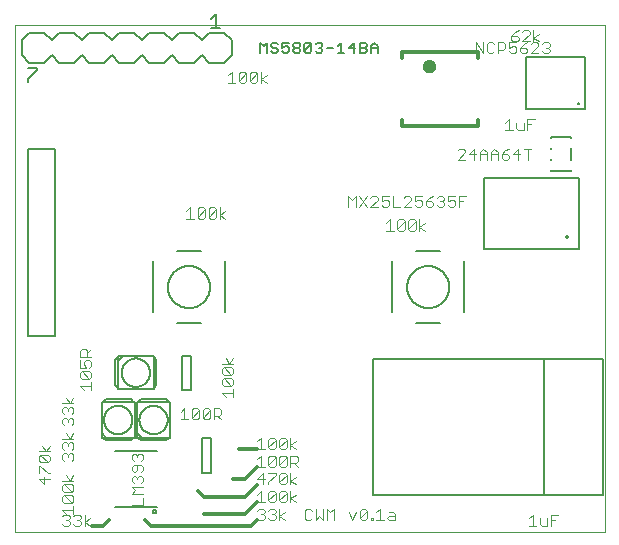
<source format=gto>
G75*
%MOIN*%
%OFA0B0*%
%FSLAX25Y25*%
%IPPOS*%
%LPD*%
%AMOC8*
5,1,8,0,0,1.08239X$1,22.5*
%
%ADD10C,0.00000*%
%ADD11C,0.01181*%
%ADD12C,0.00300*%
%ADD13C,0.00600*%
%ADD14C,0.03200*%
%ADD15C,0.01200*%
%ADD16C,0.00500*%
%ADD17C,0.00800*%
D10*
X0001113Y0001800D02*
X0001113Y0170698D01*
X0197767Y0170698D01*
X0197767Y0001800D01*
X0001113Y0001800D01*
D11*
X0026704Y0003769D02*
X0030641Y0003769D01*
X0032609Y0005737D01*
X0044420Y0005737D02*
X0046389Y0003769D01*
X0079853Y0003769D01*
X0081822Y0005737D01*
X0077885Y0007706D02*
X0064105Y0007706D01*
X0064105Y0013611D02*
X0062137Y0015580D01*
X0064105Y0013611D02*
X0077885Y0013611D01*
X0081822Y0017548D01*
X0077885Y0019517D02*
X0073948Y0019517D01*
X0077885Y0019517D02*
X0081822Y0023454D01*
X0081822Y0029359D02*
X0075916Y0029359D01*
X0081822Y0011643D02*
X0077885Y0007706D01*
D12*
X0081972Y0006504D02*
X0082589Y0005887D01*
X0083823Y0005887D01*
X0084440Y0006504D01*
X0084440Y0007121D01*
X0083823Y0007739D01*
X0083206Y0007739D01*
X0083823Y0007739D02*
X0084440Y0008356D01*
X0084440Y0008973D01*
X0083823Y0009590D01*
X0082589Y0009590D01*
X0081972Y0008973D01*
X0081972Y0011793D02*
X0084440Y0011793D01*
X0083206Y0011793D02*
X0083206Y0015496D01*
X0081972Y0014261D01*
X0083823Y0017698D02*
X0083823Y0021401D01*
X0081972Y0019550D01*
X0084440Y0019550D01*
X0085655Y0018315D02*
X0085655Y0017698D01*
X0085655Y0018315D02*
X0088124Y0020784D01*
X0088124Y0021401D01*
X0085655Y0021401D01*
X0086272Y0023604D02*
X0085655Y0024221D01*
X0088124Y0026690D01*
X0088124Y0024221D01*
X0087506Y0023604D01*
X0086272Y0023604D01*
X0085655Y0024221D02*
X0085655Y0026690D01*
X0086272Y0027307D01*
X0087506Y0027307D01*
X0088124Y0026690D01*
X0089338Y0026690D02*
X0089955Y0027307D01*
X0091190Y0027307D01*
X0091807Y0026690D01*
X0089338Y0024221D01*
X0089955Y0023604D01*
X0091190Y0023604D01*
X0091807Y0024221D01*
X0091807Y0026690D01*
X0093021Y0027307D02*
X0094873Y0027307D01*
X0095490Y0026690D01*
X0095490Y0025455D01*
X0094873Y0024838D01*
X0093021Y0024838D01*
X0093021Y0023604D02*
X0093021Y0027307D01*
X0093021Y0029509D02*
X0093021Y0033212D01*
X0091807Y0032595D02*
X0089338Y0030126D01*
X0089955Y0029509D01*
X0091190Y0029509D01*
X0091807Y0030126D01*
X0091807Y0032595D01*
X0091190Y0033212D01*
X0089955Y0033212D01*
X0089338Y0032595D01*
X0089338Y0030126D01*
X0088124Y0030126D02*
X0087506Y0029509D01*
X0086272Y0029509D01*
X0085655Y0030126D01*
X0088124Y0032595D01*
X0088124Y0030126D01*
X0085655Y0030126D02*
X0085655Y0032595D01*
X0086272Y0033212D01*
X0087506Y0033212D01*
X0088124Y0032595D01*
X0084440Y0029509D02*
X0081972Y0029509D01*
X0083206Y0029509D02*
X0083206Y0033212D01*
X0081972Y0031978D01*
X0083206Y0027307D02*
X0083206Y0023604D01*
X0081972Y0023604D02*
X0084440Y0023604D01*
X0081972Y0026072D02*
X0083206Y0027307D01*
X0089338Y0026690D02*
X0089338Y0024221D01*
X0089955Y0021401D02*
X0091190Y0021401D01*
X0091807Y0020784D01*
X0089338Y0018315D01*
X0089955Y0017698D01*
X0091190Y0017698D01*
X0091807Y0018315D01*
X0091807Y0020784D01*
X0093021Y0021401D02*
X0093021Y0017698D01*
X0093021Y0018932D02*
X0094873Y0020167D01*
X0093021Y0018932D02*
X0094873Y0017698D01*
X0093021Y0015496D02*
X0093021Y0011793D01*
X0093021Y0013027D02*
X0094873Y0014261D01*
X0093021Y0013027D02*
X0094873Y0011793D01*
X0097720Y0008973D02*
X0097720Y0006504D01*
X0098337Y0005887D01*
X0099571Y0005887D01*
X0100188Y0006504D01*
X0101403Y0005887D02*
X0102637Y0007121D01*
X0103872Y0005887D01*
X0103872Y0009590D01*
X0105086Y0009590D02*
X0106320Y0008356D01*
X0107555Y0009590D01*
X0107555Y0005887D01*
X0105086Y0005887D02*
X0105086Y0009590D01*
X0101403Y0009590D02*
X0101403Y0005887D01*
X0100188Y0008973D02*
X0099571Y0009590D01*
X0098337Y0009590D01*
X0097720Y0008973D01*
X0091190Y0008356D02*
X0089338Y0007121D01*
X0091190Y0005887D01*
X0089338Y0005887D02*
X0089338Y0009590D01*
X0088124Y0008973D02*
X0088124Y0008356D01*
X0087506Y0007739D01*
X0088124Y0007121D01*
X0088124Y0006504D01*
X0087506Y0005887D01*
X0086272Y0005887D01*
X0085655Y0006504D01*
X0086889Y0007739D02*
X0087506Y0007739D01*
X0088124Y0008973D02*
X0087506Y0009590D01*
X0086272Y0009590D01*
X0085655Y0008973D01*
X0086272Y0011793D02*
X0085655Y0012410D01*
X0088124Y0014878D01*
X0088124Y0012410D01*
X0087506Y0011793D01*
X0086272Y0011793D01*
X0085655Y0012410D02*
X0085655Y0014878D01*
X0086272Y0015496D01*
X0087506Y0015496D01*
X0088124Y0014878D01*
X0089338Y0014878D02*
X0089955Y0015496D01*
X0091190Y0015496D01*
X0091807Y0014878D01*
X0089338Y0012410D01*
X0089955Y0011793D01*
X0091190Y0011793D01*
X0091807Y0012410D01*
X0091807Y0014878D01*
X0089338Y0014878D02*
X0089338Y0012410D01*
X0089338Y0018315D02*
X0089338Y0020784D01*
X0089955Y0021401D01*
X0094255Y0024838D02*
X0095490Y0023604D01*
X0094873Y0029509D02*
X0093021Y0030743D01*
X0094873Y0031978D01*
X0073861Y0046886D02*
X0073861Y0049355D01*
X0073861Y0048121D02*
X0070157Y0048121D01*
X0071392Y0046886D01*
X0070775Y0050570D02*
X0070157Y0051187D01*
X0070157Y0052421D01*
X0070775Y0053038D01*
X0073243Y0050570D01*
X0073861Y0051187D01*
X0073861Y0052421D01*
X0073243Y0053038D01*
X0070775Y0053038D01*
X0070775Y0054253D02*
X0070157Y0054870D01*
X0070157Y0056104D01*
X0070775Y0056721D01*
X0073243Y0054253D01*
X0073861Y0054870D01*
X0073861Y0056104D01*
X0073243Y0056721D01*
X0070775Y0056721D01*
X0070157Y0057936D02*
X0073861Y0057936D01*
X0072626Y0057936D02*
X0071392Y0059787D01*
X0072626Y0057936D02*
X0073861Y0059787D01*
X0073243Y0054253D02*
X0070775Y0054253D01*
X0070775Y0050570D02*
X0073243Y0050570D01*
X0069282Y0043055D02*
X0067431Y0043055D01*
X0067431Y0039352D01*
X0067431Y0040586D02*
X0069282Y0040586D01*
X0069899Y0041203D01*
X0069899Y0042438D01*
X0069282Y0043055D01*
X0066216Y0042438D02*
X0063747Y0039969D01*
X0064365Y0039352D01*
X0065599Y0039352D01*
X0066216Y0039969D01*
X0066216Y0042438D01*
X0065599Y0043055D01*
X0064365Y0043055D01*
X0063747Y0042438D01*
X0063747Y0039969D01*
X0062533Y0039969D02*
X0061916Y0039352D01*
X0060681Y0039352D01*
X0060064Y0039969D01*
X0062533Y0042438D01*
X0062533Y0039969D01*
X0062533Y0042438D02*
X0061916Y0043055D01*
X0060681Y0043055D01*
X0060064Y0042438D01*
X0060064Y0039969D01*
X0058850Y0039352D02*
X0056381Y0039352D01*
X0057615Y0039352D02*
X0057615Y0043055D01*
X0056381Y0041820D01*
X0068665Y0040586D02*
X0069899Y0039352D01*
X0043817Y0027314D02*
X0043817Y0026079D01*
X0043200Y0025462D01*
X0043200Y0024248D02*
X0040731Y0024248D01*
X0040114Y0023631D01*
X0040114Y0022396D01*
X0040731Y0021779D01*
X0041349Y0021779D01*
X0041966Y0022396D01*
X0041966Y0024248D01*
X0043200Y0024248D02*
X0043817Y0023631D01*
X0043817Y0022396D01*
X0043200Y0021779D01*
X0043200Y0020565D02*
X0043817Y0019947D01*
X0043817Y0018713D01*
X0043200Y0018096D01*
X0043817Y0016881D02*
X0040114Y0016881D01*
X0041349Y0015647D01*
X0040114Y0014413D01*
X0043817Y0014413D01*
X0043817Y0013198D02*
X0043817Y0010730D01*
X0040114Y0010730D01*
X0040731Y0018096D02*
X0040114Y0018713D01*
X0040114Y0019947D01*
X0040731Y0020565D01*
X0041349Y0020565D01*
X0041966Y0019947D01*
X0042583Y0020565D01*
X0043200Y0020565D01*
X0041966Y0019947D02*
X0041966Y0019330D01*
X0040731Y0025462D02*
X0040114Y0026079D01*
X0040114Y0027314D01*
X0040731Y0027931D01*
X0041349Y0027931D01*
X0041966Y0027314D01*
X0042583Y0027931D01*
X0043200Y0027931D01*
X0043817Y0027314D01*
X0041966Y0027314D02*
X0041966Y0026696D01*
X0020648Y0026189D02*
X0020031Y0025572D01*
X0020648Y0026189D02*
X0020648Y0027424D01*
X0020031Y0028041D01*
X0019414Y0028041D01*
X0018796Y0027424D01*
X0018796Y0026806D01*
X0018796Y0027424D02*
X0018179Y0028041D01*
X0017562Y0028041D01*
X0016945Y0027424D01*
X0016945Y0026189D01*
X0017562Y0025572D01*
X0017562Y0029255D02*
X0016945Y0029872D01*
X0016945Y0031107D01*
X0017562Y0031724D01*
X0018179Y0031724D01*
X0018796Y0031107D01*
X0019414Y0031724D01*
X0020031Y0031724D01*
X0020648Y0031107D01*
X0020648Y0029872D01*
X0020031Y0029255D01*
X0018796Y0030490D02*
X0018796Y0031107D01*
X0019414Y0032938D02*
X0018179Y0034790D01*
X0016945Y0032938D02*
X0020648Y0032938D01*
X0019414Y0032938D02*
X0020648Y0034790D01*
X0020031Y0037383D02*
X0020648Y0038000D01*
X0020648Y0039235D01*
X0020031Y0039852D01*
X0019414Y0039852D01*
X0018796Y0039235D01*
X0018796Y0038617D01*
X0018796Y0039235D02*
X0018179Y0039852D01*
X0017562Y0039852D01*
X0016945Y0039235D01*
X0016945Y0038000D01*
X0017562Y0037383D01*
X0017562Y0041066D02*
X0016945Y0041683D01*
X0016945Y0042918D01*
X0017562Y0043535D01*
X0018179Y0043535D01*
X0018796Y0042918D01*
X0019414Y0043535D01*
X0020031Y0043535D01*
X0020648Y0042918D01*
X0020648Y0041683D01*
X0020031Y0041066D01*
X0018796Y0042301D02*
X0018796Y0042918D01*
X0019414Y0044749D02*
X0018179Y0046601D01*
X0016945Y0044749D02*
X0020648Y0044749D01*
X0019414Y0044749D02*
X0020648Y0046601D01*
X0024085Y0049194D02*
X0022850Y0050428D01*
X0026554Y0050428D01*
X0026554Y0049194D02*
X0026554Y0051663D01*
X0025936Y0052877D02*
X0026554Y0053494D01*
X0026554Y0054729D01*
X0025936Y0055346D01*
X0023468Y0055346D01*
X0025936Y0052877D01*
X0023468Y0052877D01*
X0022850Y0053494D01*
X0022850Y0054729D01*
X0023468Y0055346D01*
X0022850Y0056560D02*
X0024702Y0056560D01*
X0024085Y0057795D01*
X0024085Y0058412D01*
X0024702Y0059029D01*
X0025936Y0059029D01*
X0026554Y0058412D01*
X0026554Y0057178D01*
X0025936Y0056560D01*
X0022850Y0056560D02*
X0022850Y0059029D01*
X0022850Y0060244D02*
X0022850Y0062095D01*
X0023468Y0062712D01*
X0024702Y0062712D01*
X0025319Y0062095D01*
X0025319Y0060244D01*
X0025319Y0061478D02*
X0026554Y0062712D01*
X0026554Y0060244D02*
X0022850Y0060244D01*
X0012774Y0030599D02*
X0011540Y0028747D01*
X0010305Y0030599D01*
X0009071Y0028747D02*
X0012774Y0028747D01*
X0012157Y0027533D02*
X0012774Y0026916D01*
X0012774Y0025682D01*
X0012157Y0025064D01*
X0009688Y0027533D01*
X0012157Y0027533D01*
X0012157Y0025064D02*
X0009688Y0025064D01*
X0009071Y0025682D01*
X0009071Y0026916D01*
X0009688Y0027533D01*
X0009688Y0023850D02*
X0012157Y0021381D01*
X0012774Y0021381D01*
X0012774Y0019550D02*
X0009071Y0019550D01*
X0010922Y0017698D01*
X0010922Y0020167D01*
X0009071Y0021381D02*
X0009071Y0023850D01*
X0009688Y0023850D01*
X0016945Y0018905D02*
X0020648Y0018905D01*
X0019414Y0018905D02*
X0018179Y0020757D01*
X0019414Y0018905D02*
X0020648Y0020757D01*
X0020031Y0017691D02*
X0017562Y0017691D01*
X0020031Y0015222D01*
X0020648Y0015839D01*
X0020648Y0017073D01*
X0020031Y0017691D01*
X0017562Y0017691D02*
X0016945Y0017073D01*
X0016945Y0015839D01*
X0017562Y0015222D01*
X0020031Y0015222D01*
X0020031Y0014007D02*
X0017562Y0014007D01*
X0020031Y0011539D01*
X0020648Y0012156D01*
X0020648Y0013390D01*
X0020031Y0014007D01*
X0020031Y0011539D02*
X0017562Y0011539D01*
X0016945Y0012156D01*
X0016945Y0013390D01*
X0017562Y0014007D01*
X0020648Y0010324D02*
X0020648Y0007856D01*
X0021311Y0007622D02*
X0022546Y0007622D01*
X0023163Y0007004D01*
X0023163Y0006387D01*
X0022546Y0005770D01*
X0023163Y0005153D01*
X0023163Y0004536D01*
X0022546Y0003919D01*
X0021311Y0003919D01*
X0020694Y0004536D01*
X0019480Y0004536D02*
X0018863Y0003919D01*
X0017628Y0003919D01*
X0017011Y0004536D01*
X0018245Y0005770D02*
X0018863Y0005770D01*
X0019480Y0005153D01*
X0019480Y0004536D01*
X0018863Y0005770D02*
X0019480Y0006387D01*
X0019480Y0007004D01*
X0018863Y0007622D01*
X0017628Y0007622D01*
X0017011Y0007004D01*
X0018179Y0007856D02*
X0016945Y0009090D01*
X0020648Y0009090D01*
X0021311Y0007622D02*
X0020694Y0007004D01*
X0021929Y0005770D02*
X0022546Y0005770D01*
X0024377Y0005153D02*
X0026229Y0006387D01*
X0024377Y0005153D02*
X0026229Y0003919D01*
X0024377Y0003919D02*
X0024377Y0007622D01*
X0112452Y0008356D02*
X0113687Y0005887D01*
X0114921Y0008356D01*
X0116135Y0008973D02*
X0116135Y0006504D01*
X0118604Y0008973D01*
X0118604Y0006504D01*
X0117987Y0005887D01*
X0116753Y0005887D01*
X0116135Y0006504D01*
X0116135Y0008973D02*
X0116753Y0009590D01*
X0117987Y0009590D01*
X0118604Y0008973D01*
X0121660Y0008356D02*
X0122895Y0009590D01*
X0122895Y0005887D01*
X0124129Y0005887D02*
X0121660Y0005887D01*
X0120436Y0005887D02*
X0119819Y0005887D01*
X0119819Y0006504D01*
X0120436Y0006504D01*
X0120436Y0005887D01*
X0125343Y0006504D02*
X0125960Y0007121D01*
X0127812Y0007121D01*
X0127812Y0007739D02*
X0127812Y0005887D01*
X0125960Y0005887D01*
X0125343Y0006504D01*
X0125960Y0008356D02*
X0127195Y0008356D01*
X0127812Y0007739D01*
X0172523Y0006387D02*
X0173757Y0007622D01*
X0173757Y0003919D01*
X0172523Y0003919D02*
X0174992Y0003919D01*
X0176206Y0004536D02*
X0176823Y0003919D01*
X0178675Y0003919D01*
X0178675Y0006387D01*
X0179889Y0005770D02*
X0181124Y0005770D01*
X0182358Y0007622D02*
X0179889Y0007622D01*
X0179889Y0003919D01*
X0176206Y0004536D02*
X0176206Y0006387D01*
X0137841Y0102281D02*
X0135989Y0103515D01*
X0137841Y0104749D01*
X0135989Y0105984D02*
X0135989Y0102281D01*
X0134775Y0102898D02*
X0134157Y0102281D01*
X0132923Y0102281D01*
X0132306Y0102898D01*
X0134775Y0105367D01*
X0134775Y0102898D01*
X0134775Y0105367D02*
X0134157Y0105984D01*
X0132923Y0105984D01*
X0132306Y0105367D01*
X0132306Y0102898D01*
X0131091Y0102898D02*
X0130474Y0102281D01*
X0129240Y0102281D01*
X0128623Y0102898D01*
X0131091Y0105367D01*
X0131091Y0102898D01*
X0128623Y0102898D02*
X0128623Y0105367D01*
X0129240Y0105984D01*
X0130474Y0105984D01*
X0131091Y0105367D01*
X0130739Y0110155D02*
X0133208Y0112623D01*
X0133208Y0113241D01*
X0132590Y0113858D01*
X0131356Y0113858D01*
X0130739Y0113241D01*
X0130739Y0110155D02*
X0133208Y0110155D01*
X0134422Y0110772D02*
X0135039Y0110155D01*
X0136274Y0110155D01*
X0136891Y0110772D01*
X0136891Y0112006D01*
X0136274Y0112623D01*
X0135656Y0112623D01*
X0134422Y0112006D01*
X0134422Y0113858D01*
X0136891Y0113858D01*
X0138105Y0112006D02*
X0139957Y0112006D01*
X0140574Y0111389D01*
X0140574Y0110772D01*
X0139957Y0110155D01*
X0138722Y0110155D01*
X0138105Y0110772D01*
X0138105Y0112006D01*
X0139340Y0113241D01*
X0140574Y0113858D01*
X0141788Y0113241D02*
X0142406Y0113858D01*
X0143640Y0113858D01*
X0144257Y0113241D01*
X0144257Y0112623D01*
X0143640Y0112006D01*
X0144257Y0111389D01*
X0144257Y0110772D01*
X0143640Y0110155D01*
X0142406Y0110155D01*
X0141788Y0110772D01*
X0143023Y0112006D02*
X0143640Y0112006D01*
X0145471Y0112006D02*
X0145471Y0113858D01*
X0147940Y0113858D01*
X0149155Y0113858D02*
X0151623Y0113858D01*
X0150389Y0112006D02*
X0149155Y0112006D01*
X0147940Y0112006D02*
X0147940Y0110772D01*
X0147323Y0110155D01*
X0146089Y0110155D01*
X0145471Y0110772D01*
X0145471Y0112006D02*
X0146706Y0112623D01*
X0147323Y0112623D01*
X0147940Y0112006D01*
X0149155Y0110155D02*
X0149155Y0113858D01*
X0148709Y0125903D02*
X0151178Y0128372D01*
X0151178Y0128989D01*
X0150561Y0129606D01*
X0149327Y0129606D01*
X0148709Y0128989D01*
X0152392Y0127754D02*
X0154861Y0127754D01*
X0156076Y0127754D02*
X0158544Y0127754D01*
X0158544Y0128372D02*
X0157310Y0129606D01*
X0156076Y0128372D01*
X0156076Y0125903D01*
X0154244Y0125903D02*
X0154244Y0129606D01*
X0152392Y0127754D01*
X0151178Y0125903D02*
X0148709Y0125903D01*
X0158544Y0125903D02*
X0158544Y0128372D01*
X0159759Y0128372D02*
X0160993Y0129606D01*
X0162228Y0128372D01*
X0162228Y0125903D01*
X0163442Y0126520D02*
X0164059Y0125903D01*
X0165293Y0125903D01*
X0165911Y0126520D01*
X0165911Y0127137D01*
X0165293Y0127754D01*
X0163442Y0127754D01*
X0163442Y0126520D01*
X0163442Y0127754D02*
X0164676Y0128989D01*
X0165911Y0129606D01*
X0167125Y0127754D02*
X0169594Y0127754D01*
X0168977Y0125903D02*
X0168977Y0129606D01*
X0167125Y0127754D01*
X0170808Y0129606D02*
X0173277Y0129606D01*
X0172043Y0129606D02*
X0172043Y0125903D01*
X0162228Y0127754D02*
X0159759Y0127754D01*
X0159759Y0128372D02*
X0159759Y0125903D01*
X0164649Y0135808D02*
X0167118Y0135808D01*
X0165883Y0135808D02*
X0165883Y0139511D01*
X0164649Y0138277D01*
X0168332Y0138277D02*
X0168332Y0136425D01*
X0168949Y0135808D01*
X0170801Y0135808D01*
X0170801Y0138277D01*
X0172015Y0137660D02*
X0173249Y0137660D01*
X0172015Y0139511D02*
X0172015Y0135808D01*
X0172015Y0139511D02*
X0174484Y0139511D01*
X0175691Y0161399D02*
X0173222Y0161399D01*
X0175691Y0163868D01*
X0175691Y0164485D01*
X0175074Y0165102D01*
X0173839Y0165102D01*
X0173222Y0164485D01*
X0172769Y0165336D02*
X0170300Y0165336D01*
X0172769Y0167805D01*
X0172769Y0168422D01*
X0172152Y0169039D01*
X0170918Y0169039D01*
X0170300Y0168422D01*
X0169086Y0169039D02*
X0167852Y0168422D01*
X0166617Y0167187D01*
X0168469Y0167187D01*
X0169086Y0166570D01*
X0169086Y0165953D01*
X0168469Y0165336D01*
X0167235Y0165336D01*
X0166617Y0165953D01*
X0166617Y0167187D01*
X0165856Y0165102D02*
X0165856Y0163250D01*
X0167090Y0163868D01*
X0167707Y0163868D01*
X0168325Y0163250D01*
X0168325Y0162016D01*
X0167707Y0161399D01*
X0166473Y0161399D01*
X0165856Y0162016D01*
X0164641Y0163250D02*
X0164024Y0162633D01*
X0162173Y0162633D01*
X0162173Y0161399D02*
X0162173Y0165102D01*
X0164024Y0165102D01*
X0164641Y0164485D01*
X0164641Y0163250D01*
X0165856Y0165102D02*
X0168325Y0165102D01*
X0169539Y0163250D02*
X0171390Y0163250D01*
X0172008Y0162633D01*
X0172008Y0162016D01*
X0171390Y0161399D01*
X0170156Y0161399D01*
X0169539Y0162016D01*
X0169539Y0163250D01*
X0170773Y0164485D01*
X0172008Y0165102D01*
X0173984Y0165336D02*
X0173984Y0169039D01*
X0175835Y0167805D02*
X0173984Y0166570D01*
X0175835Y0165336D01*
X0176905Y0164485D02*
X0177522Y0165102D01*
X0178757Y0165102D01*
X0179374Y0164485D01*
X0179374Y0163868D01*
X0178757Y0163250D01*
X0179374Y0162633D01*
X0179374Y0162016D01*
X0178757Y0161399D01*
X0177522Y0161399D01*
X0176905Y0162016D01*
X0178140Y0163250D02*
X0178757Y0163250D01*
X0160958Y0162016D02*
X0160341Y0161399D01*
X0159107Y0161399D01*
X0158489Y0162016D01*
X0158489Y0164485D01*
X0159107Y0165102D01*
X0160341Y0165102D01*
X0160958Y0164485D01*
X0157275Y0165102D02*
X0157275Y0161399D01*
X0154806Y0165102D01*
X0154806Y0161399D01*
X0127056Y0113858D02*
X0127056Y0110155D01*
X0129525Y0110155D01*
X0125841Y0110772D02*
X0125841Y0112006D01*
X0125224Y0112623D01*
X0124607Y0112623D01*
X0123373Y0112006D01*
X0123373Y0113858D01*
X0125841Y0113858D01*
X0125841Y0110772D02*
X0125224Y0110155D01*
X0123990Y0110155D01*
X0123373Y0110772D01*
X0122158Y0110155D02*
X0119689Y0110155D01*
X0122158Y0112623D01*
X0122158Y0113241D01*
X0121541Y0113858D01*
X0120307Y0113858D01*
X0119689Y0113241D01*
X0118475Y0113858D02*
X0116006Y0110155D01*
X0114792Y0110155D02*
X0114792Y0113858D01*
X0113558Y0112623D01*
X0112323Y0113858D01*
X0112323Y0110155D01*
X0116006Y0113858D02*
X0118475Y0110155D01*
X0124940Y0104749D02*
X0126174Y0105984D01*
X0126174Y0102281D01*
X0124940Y0102281D02*
X0127408Y0102281D01*
X0071251Y0106281D02*
X0069399Y0107515D01*
X0071251Y0108749D01*
X0069399Y0109984D02*
X0069399Y0106281D01*
X0068185Y0106898D02*
X0067567Y0106281D01*
X0066333Y0106281D01*
X0065716Y0106898D01*
X0068185Y0109367D01*
X0068185Y0106898D01*
X0068185Y0109367D02*
X0067567Y0109984D01*
X0066333Y0109984D01*
X0065716Y0109367D01*
X0065716Y0106898D01*
X0064502Y0106898D02*
X0063884Y0106281D01*
X0062650Y0106281D01*
X0062033Y0106898D01*
X0064502Y0109367D01*
X0064502Y0106898D01*
X0064502Y0109367D02*
X0063884Y0109984D01*
X0062650Y0109984D01*
X0062033Y0109367D01*
X0062033Y0106898D01*
X0060818Y0106281D02*
X0058350Y0106281D01*
X0059584Y0106281D02*
X0059584Y0109984D01*
X0058350Y0108749D01*
X0072129Y0151556D02*
X0074598Y0151556D01*
X0073364Y0151556D02*
X0073364Y0155259D01*
X0072129Y0154025D01*
X0075812Y0154642D02*
X0075812Y0152173D01*
X0078281Y0154642D01*
X0078281Y0152173D01*
X0077664Y0151556D01*
X0076429Y0151556D01*
X0075812Y0152173D01*
X0075812Y0154642D02*
X0076429Y0155259D01*
X0077664Y0155259D01*
X0078281Y0154642D01*
X0079495Y0154642D02*
X0080113Y0155259D01*
X0081347Y0155259D01*
X0081964Y0154642D01*
X0079495Y0152173D01*
X0080113Y0151556D01*
X0081347Y0151556D01*
X0081964Y0152173D01*
X0081964Y0154642D01*
X0083179Y0155259D02*
X0083179Y0151556D01*
X0083179Y0152791D02*
X0085030Y0154025D01*
X0083179Y0152791D02*
X0085030Y0151556D01*
X0079495Y0152173D02*
X0079495Y0154642D01*
D13*
X0082946Y0161486D02*
X0082946Y0164889D01*
X0084080Y0163754D01*
X0085214Y0164889D01*
X0085214Y0161486D01*
X0086629Y0162053D02*
X0087196Y0161486D01*
X0088330Y0161486D01*
X0088897Y0162053D01*
X0088897Y0162620D01*
X0088330Y0163187D01*
X0087196Y0163187D01*
X0086629Y0163754D01*
X0086629Y0164322D01*
X0087196Y0164889D01*
X0088330Y0164889D01*
X0088897Y0164322D01*
X0090312Y0164889D02*
X0090312Y0163187D01*
X0091446Y0163754D01*
X0092013Y0163754D01*
X0092581Y0163187D01*
X0092581Y0162053D01*
X0092013Y0161486D01*
X0090879Y0161486D01*
X0090312Y0162053D01*
X0090312Y0164889D02*
X0092581Y0164889D01*
X0093995Y0164322D02*
X0093995Y0163754D01*
X0094562Y0163187D01*
X0095697Y0163187D01*
X0096264Y0162620D01*
X0096264Y0162053D01*
X0095697Y0161486D01*
X0094562Y0161486D01*
X0093995Y0162053D01*
X0093995Y0162620D01*
X0094562Y0163187D01*
X0095697Y0163187D02*
X0096264Y0163754D01*
X0096264Y0164322D01*
X0095697Y0164889D01*
X0094562Y0164889D01*
X0093995Y0164322D01*
X0097678Y0164322D02*
X0097678Y0162053D01*
X0099947Y0164322D01*
X0099947Y0162053D01*
X0099380Y0161486D01*
X0098245Y0161486D01*
X0097678Y0162053D01*
X0097678Y0164322D02*
X0098245Y0164889D01*
X0099380Y0164889D01*
X0099947Y0164322D01*
X0101361Y0164322D02*
X0101928Y0164889D01*
X0103063Y0164889D01*
X0103630Y0164322D01*
X0103630Y0163754D01*
X0103063Y0163187D01*
X0103630Y0162620D01*
X0103630Y0162053D01*
X0103063Y0161486D01*
X0101928Y0161486D01*
X0101361Y0162053D01*
X0102496Y0163187D02*
X0103063Y0163187D01*
X0105044Y0163187D02*
X0107313Y0163187D01*
X0108728Y0163754D02*
X0109862Y0164889D01*
X0109862Y0161486D01*
X0108728Y0161486D02*
X0110996Y0161486D01*
X0112411Y0163187D02*
X0114679Y0163187D01*
X0116094Y0163187D02*
X0117795Y0163187D01*
X0118363Y0162620D01*
X0118363Y0162053D01*
X0117795Y0161486D01*
X0116094Y0161486D01*
X0116094Y0164889D01*
X0117795Y0164889D01*
X0118363Y0164322D01*
X0118363Y0163754D01*
X0117795Y0163187D01*
X0119777Y0163187D02*
X0122046Y0163187D01*
X0122046Y0163754D02*
X0122046Y0161486D01*
X0119777Y0161486D02*
X0119777Y0163754D01*
X0120911Y0164889D01*
X0122046Y0163754D01*
X0114112Y0164889D02*
X0114112Y0161486D01*
X0112411Y0163187D02*
X0114112Y0164889D01*
X0073515Y0165717D02*
X0073515Y0160717D01*
X0071015Y0158217D01*
X0066015Y0158217D01*
X0063515Y0160717D01*
X0061015Y0158217D01*
X0056015Y0158217D01*
X0053515Y0160717D01*
X0051015Y0158217D01*
X0046015Y0158217D01*
X0043515Y0160717D01*
X0041015Y0158217D01*
X0036015Y0158217D01*
X0033515Y0160717D01*
X0031015Y0158217D01*
X0026015Y0158217D01*
X0023515Y0160717D01*
X0021015Y0158217D01*
X0016015Y0158217D01*
X0013515Y0160717D01*
X0011015Y0158217D01*
X0006015Y0158217D01*
X0003515Y0160717D01*
X0003515Y0165717D01*
X0006015Y0168217D01*
X0011015Y0168217D01*
X0013515Y0165717D01*
X0016015Y0168217D01*
X0021015Y0168217D01*
X0023515Y0165717D01*
X0026015Y0168217D01*
X0031015Y0168217D01*
X0033515Y0165717D01*
X0036015Y0168217D01*
X0041015Y0168217D01*
X0043515Y0165717D01*
X0046015Y0168217D01*
X0051015Y0168217D01*
X0053515Y0165717D01*
X0056015Y0168217D01*
X0061015Y0168217D01*
X0063515Y0165717D01*
X0066015Y0168217D01*
X0071015Y0168217D01*
X0073515Y0165717D01*
X0180011Y0133383D02*
X0180011Y0133013D01*
X0180011Y0133383D02*
X0186389Y0133383D01*
X0186389Y0133013D01*
X0186389Y0129839D02*
X0186389Y0125729D01*
X0186389Y0122556D02*
X0186389Y0122186D01*
X0180011Y0122186D01*
X0180011Y0122556D01*
X0180011Y0125729D02*
X0180011Y0126099D01*
X0180011Y0129469D02*
X0180011Y0129839D01*
X0066589Y0032991D02*
X0063589Y0032991D01*
X0063589Y0021591D01*
X0066589Y0021591D01*
X0066589Y0032991D01*
X0059700Y0049150D02*
X0056700Y0049150D01*
X0056700Y0060550D01*
X0059700Y0060550D01*
X0059700Y0049150D01*
X0048566Y0028816D02*
X0034369Y0028816D01*
X0034369Y0010217D02*
X0048566Y0010217D01*
D14*
X0138845Y0156938D02*
X0138847Y0156982D01*
X0138853Y0157026D01*
X0138863Y0157069D01*
X0138876Y0157111D01*
X0138893Y0157152D01*
X0138914Y0157191D01*
X0138938Y0157228D01*
X0138965Y0157263D01*
X0138995Y0157295D01*
X0139028Y0157325D01*
X0139064Y0157351D01*
X0139101Y0157375D01*
X0139141Y0157394D01*
X0139182Y0157411D01*
X0139225Y0157423D01*
X0139268Y0157432D01*
X0139312Y0157437D01*
X0139356Y0157438D01*
X0139400Y0157435D01*
X0139444Y0157428D01*
X0139487Y0157417D01*
X0139529Y0157403D01*
X0139569Y0157385D01*
X0139608Y0157363D01*
X0139644Y0157339D01*
X0139678Y0157311D01*
X0139710Y0157280D01*
X0139739Y0157246D01*
X0139765Y0157210D01*
X0139787Y0157172D01*
X0139806Y0157132D01*
X0139821Y0157090D01*
X0139833Y0157048D01*
X0139841Y0157004D01*
X0139845Y0156960D01*
X0139845Y0156916D01*
X0139841Y0156872D01*
X0139833Y0156828D01*
X0139821Y0156786D01*
X0139806Y0156744D01*
X0139787Y0156704D01*
X0139765Y0156666D01*
X0139739Y0156630D01*
X0139710Y0156596D01*
X0139678Y0156565D01*
X0139644Y0156537D01*
X0139608Y0156513D01*
X0139569Y0156491D01*
X0139529Y0156473D01*
X0139487Y0156459D01*
X0139444Y0156448D01*
X0139400Y0156441D01*
X0139356Y0156438D01*
X0139312Y0156439D01*
X0139268Y0156444D01*
X0139225Y0156453D01*
X0139182Y0156465D01*
X0139141Y0156482D01*
X0139101Y0156501D01*
X0139064Y0156525D01*
X0139028Y0156551D01*
X0138995Y0156581D01*
X0138965Y0156613D01*
X0138938Y0156648D01*
X0138914Y0156685D01*
X0138893Y0156724D01*
X0138876Y0156765D01*
X0138863Y0156807D01*
X0138853Y0156850D01*
X0138847Y0156894D01*
X0138845Y0156938D01*
D15*
X0130247Y0159674D02*
X0130247Y0161643D01*
X0155444Y0161643D01*
X0155444Y0159674D01*
X0155444Y0139202D02*
X0155444Y0137233D01*
X0130247Y0137233D01*
X0130247Y0139202D01*
D16*
X0157609Y0119910D02*
X0157609Y0096288D01*
X0189105Y0096288D01*
X0189105Y0119910D01*
X0157609Y0119910D01*
X0171389Y0142745D02*
X0191074Y0142745D01*
X0191074Y0160068D01*
X0171389Y0160068D01*
X0171389Y0142745D01*
X0188908Y0144713D02*
X0188910Y0144740D01*
X0188916Y0144767D01*
X0188925Y0144793D01*
X0188938Y0144817D01*
X0188954Y0144840D01*
X0188973Y0144859D01*
X0188995Y0144876D01*
X0189019Y0144890D01*
X0189044Y0144900D01*
X0189071Y0144907D01*
X0189098Y0144910D01*
X0189126Y0144909D01*
X0189153Y0144904D01*
X0189179Y0144896D01*
X0189203Y0144884D01*
X0189226Y0144868D01*
X0189247Y0144850D01*
X0189264Y0144829D01*
X0189279Y0144805D01*
X0189290Y0144780D01*
X0189298Y0144754D01*
X0189302Y0144727D01*
X0189302Y0144699D01*
X0189298Y0144672D01*
X0189290Y0144646D01*
X0189279Y0144621D01*
X0189264Y0144597D01*
X0189247Y0144576D01*
X0189226Y0144558D01*
X0189204Y0144542D01*
X0189179Y0144530D01*
X0189153Y0144522D01*
X0189126Y0144517D01*
X0189098Y0144516D01*
X0189071Y0144519D01*
X0189044Y0144526D01*
X0189019Y0144536D01*
X0188995Y0144550D01*
X0188973Y0144567D01*
X0188954Y0144586D01*
X0188938Y0144609D01*
X0188925Y0144633D01*
X0188916Y0144659D01*
X0188910Y0144686D01*
X0188908Y0144713D01*
X0184890Y0100225D02*
X0184892Y0100258D01*
X0184898Y0100290D01*
X0184907Y0100322D01*
X0184921Y0100352D01*
X0184937Y0100380D01*
X0184957Y0100406D01*
X0184980Y0100430D01*
X0185006Y0100451D01*
X0185034Y0100468D01*
X0185064Y0100483D01*
X0185095Y0100493D01*
X0185127Y0100500D01*
X0185160Y0100503D01*
X0185193Y0100502D01*
X0185225Y0100497D01*
X0185257Y0100488D01*
X0185288Y0100476D01*
X0185316Y0100460D01*
X0185343Y0100441D01*
X0185367Y0100419D01*
X0185389Y0100394D01*
X0185407Y0100366D01*
X0185422Y0100337D01*
X0185434Y0100306D01*
X0185442Y0100274D01*
X0185446Y0100241D01*
X0185446Y0100209D01*
X0185442Y0100176D01*
X0185434Y0100144D01*
X0185422Y0100113D01*
X0185407Y0100084D01*
X0185389Y0100056D01*
X0185367Y0100031D01*
X0185343Y0100009D01*
X0185316Y0099990D01*
X0185288Y0099974D01*
X0185257Y0099962D01*
X0185225Y0099953D01*
X0185193Y0099948D01*
X0185160Y0099947D01*
X0185127Y0099950D01*
X0185095Y0099957D01*
X0185064Y0099967D01*
X0185034Y0099982D01*
X0185006Y0099999D01*
X0184980Y0100020D01*
X0184957Y0100044D01*
X0184937Y0100070D01*
X0184921Y0100098D01*
X0184907Y0100128D01*
X0184898Y0100160D01*
X0184892Y0100192D01*
X0184890Y0100225D01*
X0177648Y0059359D02*
X0177648Y0014280D01*
X0197137Y0014083D02*
X0197137Y0059359D01*
X0177648Y0059359D01*
X0120365Y0059359D01*
X0120365Y0014083D01*
X0197137Y0014083D01*
X0052885Y0033296D02*
X0052491Y0033296D01*
X0051507Y0032312D01*
X0043239Y0032312D01*
X0042255Y0033296D01*
X0043436Y0033296D01*
X0052491Y0033296D01*
X0052885Y0033296D02*
X0052885Y0045107D01*
X0052491Y0045107D01*
X0051507Y0046091D01*
X0043239Y0046091D01*
X0042255Y0045107D01*
X0041861Y0045107D01*
X0041861Y0034871D01*
X0041861Y0033296D01*
X0042255Y0033296D01*
X0043436Y0033296D02*
X0041861Y0034871D01*
X0041074Y0033296D02*
X0040680Y0033296D01*
X0039696Y0032312D01*
X0031428Y0032312D01*
X0030444Y0033296D01*
X0031625Y0033296D01*
X0040680Y0033296D01*
X0041074Y0033296D02*
X0041074Y0045107D01*
X0040680Y0045107D01*
X0039696Y0046091D01*
X0031428Y0046091D01*
X0030444Y0045107D01*
X0030050Y0045107D01*
X0030050Y0034871D01*
X0030050Y0033296D01*
X0030444Y0033296D01*
X0031625Y0033296D02*
X0030050Y0034871D01*
X0030838Y0039202D02*
X0030840Y0039339D01*
X0030846Y0039477D01*
X0030856Y0039614D01*
X0030870Y0039750D01*
X0030888Y0039887D01*
X0030910Y0040022D01*
X0030936Y0040157D01*
X0030965Y0040291D01*
X0030999Y0040425D01*
X0031036Y0040557D01*
X0031078Y0040688D01*
X0031123Y0040818D01*
X0031172Y0040946D01*
X0031224Y0041073D01*
X0031281Y0041198D01*
X0031340Y0041322D01*
X0031404Y0041444D01*
X0031471Y0041564D01*
X0031541Y0041682D01*
X0031615Y0041798D01*
X0031692Y0041912D01*
X0031773Y0042023D01*
X0031856Y0042132D01*
X0031943Y0042239D01*
X0032033Y0042342D01*
X0032126Y0042444D01*
X0032222Y0042542D01*
X0032320Y0042638D01*
X0032422Y0042731D01*
X0032525Y0042821D01*
X0032632Y0042908D01*
X0032741Y0042991D01*
X0032852Y0043072D01*
X0032966Y0043149D01*
X0033082Y0043223D01*
X0033200Y0043293D01*
X0033320Y0043360D01*
X0033442Y0043424D01*
X0033566Y0043483D01*
X0033691Y0043540D01*
X0033818Y0043592D01*
X0033946Y0043641D01*
X0034076Y0043686D01*
X0034207Y0043728D01*
X0034339Y0043765D01*
X0034473Y0043799D01*
X0034607Y0043828D01*
X0034742Y0043854D01*
X0034877Y0043876D01*
X0035014Y0043894D01*
X0035150Y0043908D01*
X0035287Y0043918D01*
X0035425Y0043924D01*
X0035562Y0043926D01*
X0035699Y0043924D01*
X0035837Y0043918D01*
X0035974Y0043908D01*
X0036110Y0043894D01*
X0036247Y0043876D01*
X0036382Y0043854D01*
X0036517Y0043828D01*
X0036651Y0043799D01*
X0036785Y0043765D01*
X0036917Y0043728D01*
X0037048Y0043686D01*
X0037178Y0043641D01*
X0037306Y0043592D01*
X0037433Y0043540D01*
X0037558Y0043483D01*
X0037682Y0043424D01*
X0037804Y0043360D01*
X0037924Y0043293D01*
X0038042Y0043223D01*
X0038158Y0043149D01*
X0038272Y0043072D01*
X0038383Y0042991D01*
X0038492Y0042908D01*
X0038599Y0042821D01*
X0038702Y0042731D01*
X0038804Y0042638D01*
X0038902Y0042542D01*
X0038998Y0042444D01*
X0039091Y0042342D01*
X0039181Y0042239D01*
X0039268Y0042132D01*
X0039351Y0042023D01*
X0039432Y0041912D01*
X0039509Y0041798D01*
X0039583Y0041682D01*
X0039653Y0041564D01*
X0039720Y0041444D01*
X0039784Y0041322D01*
X0039843Y0041198D01*
X0039900Y0041073D01*
X0039952Y0040946D01*
X0040001Y0040818D01*
X0040046Y0040688D01*
X0040088Y0040557D01*
X0040125Y0040425D01*
X0040159Y0040291D01*
X0040188Y0040157D01*
X0040214Y0040022D01*
X0040236Y0039887D01*
X0040254Y0039750D01*
X0040268Y0039614D01*
X0040278Y0039477D01*
X0040284Y0039339D01*
X0040286Y0039202D01*
X0040284Y0039065D01*
X0040278Y0038927D01*
X0040268Y0038790D01*
X0040254Y0038654D01*
X0040236Y0038517D01*
X0040214Y0038382D01*
X0040188Y0038247D01*
X0040159Y0038113D01*
X0040125Y0037979D01*
X0040088Y0037847D01*
X0040046Y0037716D01*
X0040001Y0037586D01*
X0039952Y0037458D01*
X0039900Y0037331D01*
X0039843Y0037206D01*
X0039784Y0037082D01*
X0039720Y0036960D01*
X0039653Y0036840D01*
X0039583Y0036722D01*
X0039509Y0036606D01*
X0039432Y0036492D01*
X0039351Y0036381D01*
X0039268Y0036272D01*
X0039181Y0036165D01*
X0039091Y0036062D01*
X0038998Y0035960D01*
X0038902Y0035862D01*
X0038804Y0035766D01*
X0038702Y0035673D01*
X0038599Y0035583D01*
X0038492Y0035496D01*
X0038383Y0035413D01*
X0038272Y0035332D01*
X0038158Y0035255D01*
X0038042Y0035181D01*
X0037924Y0035111D01*
X0037804Y0035044D01*
X0037682Y0034980D01*
X0037558Y0034921D01*
X0037433Y0034864D01*
X0037306Y0034812D01*
X0037178Y0034763D01*
X0037048Y0034718D01*
X0036917Y0034676D01*
X0036785Y0034639D01*
X0036651Y0034605D01*
X0036517Y0034576D01*
X0036382Y0034550D01*
X0036247Y0034528D01*
X0036110Y0034510D01*
X0035974Y0034496D01*
X0035837Y0034486D01*
X0035699Y0034480D01*
X0035562Y0034478D01*
X0035425Y0034480D01*
X0035287Y0034486D01*
X0035150Y0034496D01*
X0035014Y0034510D01*
X0034877Y0034528D01*
X0034742Y0034550D01*
X0034607Y0034576D01*
X0034473Y0034605D01*
X0034339Y0034639D01*
X0034207Y0034676D01*
X0034076Y0034718D01*
X0033946Y0034763D01*
X0033818Y0034812D01*
X0033691Y0034864D01*
X0033566Y0034921D01*
X0033442Y0034980D01*
X0033320Y0035044D01*
X0033200Y0035111D01*
X0033082Y0035181D01*
X0032966Y0035255D01*
X0032852Y0035332D01*
X0032741Y0035413D01*
X0032632Y0035496D01*
X0032525Y0035583D01*
X0032422Y0035673D01*
X0032320Y0035766D01*
X0032222Y0035862D01*
X0032126Y0035960D01*
X0032033Y0036062D01*
X0031943Y0036165D01*
X0031856Y0036272D01*
X0031773Y0036381D01*
X0031692Y0036492D01*
X0031615Y0036606D01*
X0031541Y0036722D01*
X0031471Y0036840D01*
X0031404Y0036960D01*
X0031340Y0037082D01*
X0031281Y0037206D01*
X0031224Y0037331D01*
X0031172Y0037458D01*
X0031123Y0037586D01*
X0031078Y0037716D01*
X0031036Y0037847D01*
X0030999Y0037979D01*
X0030965Y0038113D01*
X0030936Y0038247D01*
X0030910Y0038382D01*
X0030888Y0038517D01*
X0030870Y0038654D01*
X0030856Y0038790D01*
X0030846Y0038927D01*
X0030840Y0039065D01*
X0030838Y0039202D01*
X0030444Y0045107D02*
X0040680Y0045107D01*
X0042255Y0045107D02*
X0052491Y0045107D01*
X0047373Y0049438D02*
X0047373Y0049831D01*
X0048357Y0050816D01*
X0048357Y0059083D01*
X0047373Y0060068D01*
X0047373Y0060461D01*
X0037137Y0060461D01*
X0035562Y0060461D01*
X0035562Y0060068D01*
X0034578Y0059083D01*
X0034578Y0050816D01*
X0035562Y0049831D01*
X0035562Y0049438D01*
X0047373Y0049438D01*
X0047373Y0049831D02*
X0047373Y0060068D01*
X0036743Y0054950D02*
X0036745Y0055087D01*
X0036751Y0055225D01*
X0036761Y0055362D01*
X0036775Y0055498D01*
X0036793Y0055635D01*
X0036815Y0055770D01*
X0036841Y0055905D01*
X0036870Y0056039D01*
X0036904Y0056173D01*
X0036941Y0056305D01*
X0036983Y0056436D01*
X0037028Y0056566D01*
X0037077Y0056694D01*
X0037129Y0056821D01*
X0037186Y0056946D01*
X0037245Y0057070D01*
X0037309Y0057192D01*
X0037376Y0057312D01*
X0037446Y0057430D01*
X0037520Y0057546D01*
X0037597Y0057660D01*
X0037678Y0057771D01*
X0037761Y0057880D01*
X0037848Y0057987D01*
X0037938Y0058090D01*
X0038031Y0058192D01*
X0038127Y0058290D01*
X0038225Y0058386D01*
X0038327Y0058479D01*
X0038430Y0058569D01*
X0038537Y0058656D01*
X0038646Y0058739D01*
X0038757Y0058820D01*
X0038871Y0058897D01*
X0038987Y0058971D01*
X0039105Y0059041D01*
X0039225Y0059108D01*
X0039347Y0059172D01*
X0039471Y0059231D01*
X0039596Y0059288D01*
X0039723Y0059340D01*
X0039851Y0059389D01*
X0039981Y0059434D01*
X0040112Y0059476D01*
X0040244Y0059513D01*
X0040378Y0059547D01*
X0040512Y0059576D01*
X0040647Y0059602D01*
X0040782Y0059624D01*
X0040919Y0059642D01*
X0041055Y0059656D01*
X0041192Y0059666D01*
X0041330Y0059672D01*
X0041467Y0059674D01*
X0041604Y0059672D01*
X0041742Y0059666D01*
X0041879Y0059656D01*
X0042015Y0059642D01*
X0042152Y0059624D01*
X0042287Y0059602D01*
X0042422Y0059576D01*
X0042556Y0059547D01*
X0042690Y0059513D01*
X0042822Y0059476D01*
X0042953Y0059434D01*
X0043083Y0059389D01*
X0043211Y0059340D01*
X0043338Y0059288D01*
X0043463Y0059231D01*
X0043587Y0059172D01*
X0043709Y0059108D01*
X0043829Y0059041D01*
X0043947Y0058971D01*
X0044063Y0058897D01*
X0044177Y0058820D01*
X0044288Y0058739D01*
X0044397Y0058656D01*
X0044504Y0058569D01*
X0044607Y0058479D01*
X0044709Y0058386D01*
X0044807Y0058290D01*
X0044903Y0058192D01*
X0044996Y0058090D01*
X0045086Y0057987D01*
X0045173Y0057880D01*
X0045256Y0057771D01*
X0045337Y0057660D01*
X0045414Y0057546D01*
X0045488Y0057430D01*
X0045558Y0057312D01*
X0045625Y0057192D01*
X0045689Y0057070D01*
X0045748Y0056946D01*
X0045805Y0056821D01*
X0045857Y0056694D01*
X0045906Y0056566D01*
X0045951Y0056436D01*
X0045993Y0056305D01*
X0046030Y0056173D01*
X0046064Y0056039D01*
X0046093Y0055905D01*
X0046119Y0055770D01*
X0046141Y0055635D01*
X0046159Y0055498D01*
X0046173Y0055362D01*
X0046183Y0055225D01*
X0046189Y0055087D01*
X0046191Y0054950D01*
X0046189Y0054813D01*
X0046183Y0054675D01*
X0046173Y0054538D01*
X0046159Y0054402D01*
X0046141Y0054265D01*
X0046119Y0054130D01*
X0046093Y0053995D01*
X0046064Y0053861D01*
X0046030Y0053727D01*
X0045993Y0053595D01*
X0045951Y0053464D01*
X0045906Y0053334D01*
X0045857Y0053206D01*
X0045805Y0053079D01*
X0045748Y0052954D01*
X0045689Y0052830D01*
X0045625Y0052708D01*
X0045558Y0052588D01*
X0045488Y0052470D01*
X0045414Y0052354D01*
X0045337Y0052240D01*
X0045256Y0052129D01*
X0045173Y0052020D01*
X0045086Y0051913D01*
X0044996Y0051810D01*
X0044903Y0051708D01*
X0044807Y0051610D01*
X0044709Y0051514D01*
X0044607Y0051421D01*
X0044504Y0051331D01*
X0044397Y0051244D01*
X0044288Y0051161D01*
X0044177Y0051080D01*
X0044063Y0051003D01*
X0043947Y0050929D01*
X0043829Y0050859D01*
X0043709Y0050792D01*
X0043587Y0050728D01*
X0043463Y0050669D01*
X0043338Y0050612D01*
X0043211Y0050560D01*
X0043083Y0050511D01*
X0042953Y0050466D01*
X0042822Y0050424D01*
X0042690Y0050387D01*
X0042556Y0050353D01*
X0042422Y0050324D01*
X0042287Y0050298D01*
X0042152Y0050276D01*
X0042015Y0050258D01*
X0041879Y0050244D01*
X0041742Y0050234D01*
X0041604Y0050228D01*
X0041467Y0050226D01*
X0041330Y0050228D01*
X0041192Y0050234D01*
X0041055Y0050244D01*
X0040919Y0050258D01*
X0040782Y0050276D01*
X0040647Y0050298D01*
X0040512Y0050324D01*
X0040378Y0050353D01*
X0040244Y0050387D01*
X0040112Y0050424D01*
X0039981Y0050466D01*
X0039851Y0050511D01*
X0039723Y0050560D01*
X0039596Y0050612D01*
X0039471Y0050669D01*
X0039347Y0050728D01*
X0039225Y0050792D01*
X0039105Y0050859D01*
X0038987Y0050929D01*
X0038871Y0051003D01*
X0038757Y0051080D01*
X0038646Y0051161D01*
X0038537Y0051244D01*
X0038430Y0051331D01*
X0038327Y0051421D01*
X0038225Y0051514D01*
X0038127Y0051610D01*
X0038031Y0051708D01*
X0037938Y0051810D01*
X0037848Y0051913D01*
X0037761Y0052020D01*
X0037678Y0052129D01*
X0037597Y0052240D01*
X0037520Y0052354D01*
X0037446Y0052470D01*
X0037376Y0052588D01*
X0037309Y0052708D01*
X0037245Y0052830D01*
X0037186Y0052954D01*
X0037129Y0053079D01*
X0037077Y0053206D01*
X0037028Y0053334D01*
X0036983Y0053464D01*
X0036941Y0053595D01*
X0036904Y0053727D01*
X0036870Y0053861D01*
X0036841Y0053995D01*
X0036815Y0054130D01*
X0036793Y0054265D01*
X0036775Y0054402D01*
X0036761Y0054538D01*
X0036751Y0054675D01*
X0036745Y0054813D01*
X0036743Y0054950D01*
X0035562Y0058887D02*
X0035562Y0049831D01*
X0035562Y0058887D02*
X0035562Y0060068D01*
X0035562Y0058887D02*
X0037137Y0060461D01*
X0042649Y0039202D02*
X0042651Y0039339D01*
X0042657Y0039477D01*
X0042667Y0039614D01*
X0042681Y0039750D01*
X0042699Y0039887D01*
X0042721Y0040022D01*
X0042747Y0040157D01*
X0042776Y0040291D01*
X0042810Y0040425D01*
X0042847Y0040557D01*
X0042889Y0040688D01*
X0042934Y0040818D01*
X0042983Y0040946D01*
X0043035Y0041073D01*
X0043092Y0041198D01*
X0043151Y0041322D01*
X0043215Y0041444D01*
X0043282Y0041564D01*
X0043352Y0041682D01*
X0043426Y0041798D01*
X0043503Y0041912D01*
X0043584Y0042023D01*
X0043667Y0042132D01*
X0043754Y0042239D01*
X0043844Y0042342D01*
X0043937Y0042444D01*
X0044033Y0042542D01*
X0044131Y0042638D01*
X0044233Y0042731D01*
X0044336Y0042821D01*
X0044443Y0042908D01*
X0044552Y0042991D01*
X0044663Y0043072D01*
X0044777Y0043149D01*
X0044893Y0043223D01*
X0045011Y0043293D01*
X0045131Y0043360D01*
X0045253Y0043424D01*
X0045377Y0043483D01*
X0045502Y0043540D01*
X0045629Y0043592D01*
X0045757Y0043641D01*
X0045887Y0043686D01*
X0046018Y0043728D01*
X0046150Y0043765D01*
X0046284Y0043799D01*
X0046418Y0043828D01*
X0046553Y0043854D01*
X0046688Y0043876D01*
X0046825Y0043894D01*
X0046961Y0043908D01*
X0047098Y0043918D01*
X0047236Y0043924D01*
X0047373Y0043926D01*
X0047510Y0043924D01*
X0047648Y0043918D01*
X0047785Y0043908D01*
X0047921Y0043894D01*
X0048058Y0043876D01*
X0048193Y0043854D01*
X0048328Y0043828D01*
X0048462Y0043799D01*
X0048596Y0043765D01*
X0048728Y0043728D01*
X0048859Y0043686D01*
X0048989Y0043641D01*
X0049117Y0043592D01*
X0049244Y0043540D01*
X0049369Y0043483D01*
X0049493Y0043424D01*
X0049615Y0043360D01*
X0049735Y0043293D01*
X0049853Y0043223D01*
X0049969Y0043149D01*
X0050083Y0043072D01*
X0050194Y0042991D01*
X0050303Y0042908D01*
X0050410Y0042821D01*
X0050513Y0042731D01*
X0050615Y0042638D01*
X0050713Y0042542D01*
X0050809Y0042444D01*
X0050902Y0042342D01*
X0050992Y0042239D01*
X0051079Y0042132D01*
X0051162Y0042023D01*
X0051243Y0041912D01*
X0051320Y0041798D01*
X0051394Y0041682D01*
X0051464Y0041564D01*
X0051531Y0041444D01*
X0051595Y0041322D01*
X0051654Y0041198D01*
X0051711Y0041073D01*
X0051763Y0040946D01*
X0051812Y0040818D01*
X0051857Y0040688D01*
X0051899Y0040557D01*
X0051936Y0040425D01*
X0051970Y0040291D01*
X0051999Y0040157D01*
X0052025Y0040022D01*
X0052047Y0039887D01*
X0052065Y0039750D01*
X0052079Y0039614D01*
X0052089Y0039477D01*
X0052095Y0039339D01*
X0052097Y0039202D01*
X0052095Y0039065D01*
X0052089Y0038927D01*
X0052079Y0038790D01*
X0052065Y0038654D01*
X0052047Y0038517D01*
X0052025Y0038382D01*
X0051999Y0038247D01*
X0051970Y0038113D01*
X0051936Y0037979D01*
X0051899Y0037847D01*
X0051857Y0037716D01*
X0051812Y0037586D01*
X0051763Y0037458D01*
X0051711Y0037331D01*
X0051654Y0037206D01*
X0051595Y0037082D01*
X0051531Y0036960D01*
X0051464Y0036840D01*
X0051394Y0036722D01*
X0051320Y0036606D01*
X0051243Y0036492D01*
X0051162Y0036381D01*
X0051079Y0036272D01*
X0050992Y0036165D01*
X0050902Y0036062D01*
X0050809Y0035960D01*
X0050713Y0035862D01*
X0050615Y0035766D01*
X0050513Y0035673D01*
X0050410Y0035583D01*
X0050303Y0035496D01*
X0050194Y0035413D01*
X0050083Y0035332D01*
X0049969Y0035255D01*
X0049853Y0035181D01*
X0049735Y0035111D01*
X0049615Y0035044D01*
X0049493Y0034980D01*
X0049369Y0034921D01*
X0049244Y0034864D01*
X0049117Y0034812D01*
X0048989Y0034763D01*
X0048859Y0034718D01*
X0048728Y0034676D01*
X0048596Y0034639D01*
X0048462Y0034605D01*
X0048328Y0034576D01*
X0048193Y0034550D01*
X0048058Y0034528D01*
X0047921Y0034510D01*
X0047785Y0034496D01*
X0047648Y0034486D01*
X0047510Y0034480D01*
X0047373Y0034478D01*
X0047236Y0034480D01*
X0047098Y0034486D01*
X0046961Y0034496D01*
X0046825Y0034510D01*
X0046688Y0034528D01*
X0046553Y0034550D01*
X0046418Y0034576D01*
X0046284Y0034605D01*
X0046150Y0034639D01*
X0046018Y0034676D01*
X0045887Y0034718D01*
X0045757Y0034763D01*
X0045629Y0034812D01*
X0045502Y0034864D01*
X0045377Y0034921D01*
X0045253Y0034980D01*
X0045131Y0035044D01*
X0045011Y0035111D01*
X0044893Y0035181D01*
X0044777Y0035255D01*
X0044663Y0035332D01*
X0044552Y0035413D01*
X0044443Y0035496D01*
X0044336Y0035583D01*
X0044233Y0035673D01*
X0044131Y0035766D01*
X0044033Y0035862D01*
X0043937Y0035960D01*
X0043844Y0036062D01*
X0043754Y0036165D01*
X0043667Y0036272D01*
X0043584Y0036381D01*
X0043503Y0036492D01*
X0043426Y0036606D01*
X0043352Y0036722D01*
X0043282Y0036840D01*
X0043215Y0036960D01*
X0043151Y0037082D01*
X0043092Y0037206D01*
X0043035Y0037331D01*
X0042983Y0037458D01*
X0042934Y0037586D01*
X0042889Y0037716D01*
X0042847Y0037847D01*
X0042810Y0037979D01*
X0042776Y0038113D01*
X0042747Y0038247D01*
X0042721Y0038382D01*
X0042699Y0038517D01*
X0042681Y0038654D01*
X0042667Y0038790D01*
X0042657Y0038927D01*
X0042651Y0039065D01*
X0042649Y0039202D01*
X0005661Y0151967D02*
X0005661Y0152718D01*
X0008663Y0155721D01*
X0008663Y0156471D01*
X0005661Y0156471D01*
X0066661Y0169967D02*
X0069663Y0169967D01*
X0068162Y0169967D02*
X0068162Y0174471D01*
X0066661Y0172970D01*
D17*
X0014499Y0129359D02*
X0014499Y0067154D01*
X0005444Y0067154D01*
X0005444Y0129359D01*
X0014499Y0129359D01*
X0055184Y0095493D02*
X0063231Y0095493D01*
X0071184Y0091993D02*
X0071184Y0074993D01*
X0063113Y0071493D02*
X0055184Y0071493D01*
X0047184Y0074993D02*
X0047184Y0091993D01*
X0052184Y0083493D02*
X0052186Y0083665D01*
X0052192Y0083836D01*
X0052203Y0084008D01*
X0052218Y0084179D01*
X0052237Y0084350D01*
X0052260Y0084520D01*
X0052287Y0084690D01*
X0052319Y0084859D01*
X0052354Y0085027D01*
X0052394Y0085194D01*
X0052438Y0085360D01*
X0052485Y0085525D01*
X0052537Y0085689D01*
X0052593Y0085851D01*
X0052653Y0086012D01*
X0052717Y0086172D01*
X0052785Y0086330D01*
X0052856Y0086486D01*
X0052931Y0086640D01*
X0053011Y0086793D01*
X0053093Y0086943D01*
X0053180Y0087092D01*
X0053270Y0087238D01*
X0053364Y0087382D01*
X0053461Y0087524D01*
X0053562Y0087663D01*
X0053666Y0087800D01*
X0053773Y0087934D01*
X0053884Y0088065D01*
X0053997Y0088194D01*
X0054114Y0088320D01*
X0054234Y0088443D01*
X0054357Y0088563D01*
X0054483Y0088680D01*
X0054612Y0088793D01*
X0054743Y0088904D01*
X0054877Y0089011D01*
X0055014Y0089115D01*
X0055153Y0089216D01*
X0055295Y0089313D01*
X0055439Y0089407D01*
X0055585Y0089497D01*
X0055734Y0089584D01*
X0055884Y0089666D01*
X0056037Y0089746D01*
X0056191Y0089821D01*
X0056347Y0089892D01*
X0056505Y0089960D01*
X0056665Y0090024D01*
X0056826Y0090084D01*
X0056988Y0090140D01*
X0057152Y0090192D01*
X0057317Y0090239D01*
X0057483Y0090283D01*
X0057650Y0090323D01*
X0057818Y0090358D01*
X0057987Y0090390D01*
X0058157Y0090417D01*
X0058327Y0090440D01*
X0058498Y0090459D01*
X0058669Y0090474D01*
X0058841Y0090485D01*
X0059012Y0090491D01*
X0059184Y0090493D01*
X0059356Y0090491D01*
X0059527Y0090485D01*
X0059699Y0090474D01*
X0059870Y0090459D01*
X0060041Y0090440D01*
X0060211Y0090417D01*
X0060381Y0090390D01*
X0060550Y0090358D01*
X0060718Y0090323D01*
X0060885Y0090283D01*
X0061051Y0090239D01*
X0061216Y0090192D01*
X0061380Y0090140D01*
X0061542Y0090084D01*
X0061703Y0090024D01*
X0061863Y0089960D01*
X0062021Y0089892D01*
X0062177Y0089821D01*
X0062331Y0089746D01*
X0062484Y0089666D01*
X0062634Y0089584D01*
X0062783Y0089497D01*
X0062929Y0089407D01*
X0063073Y0089313D01*
X0063215Y0089216D01*
X0063354Y0089115D01*
X0063491Y0089011D01*
X0063625Y0088904D01*
X0063756Y0088793D01*
X0063885Y0088680D01*
X0064011Y0088563D01*
X0064134Y0088443D01*
X0064254Y0088320D01*
X0064371Y0088194D01*
X0064484Y0088065D01*
X0064595Y0087934D01*
X0064702Y0087800D01*
X0064806Y0087663D01*
X0064907Y0087524D01*
X0065004Y0087382D01*
X0065098Y0087238D01*
X0065188Y0087092D01*
X0065275Y0086943D01*
X0065357Y0086793D01*
X0065437Y0086640D01*
X0065512Y0086486D01*
X0065583Y0086330D01*
X0065651Y0086172D01*
X0065715Y0086012D01*
X0065775Y0085851D01*
X0065831Y0085689D01*
X0065883Y0085525D01*
X0065930Y0085360D01*
X0065974Y0085194D01*
X0066014Y0085027D01*
X0066049Y0084859D01*
X0066081Y0084690D01*
X0066108Y0084520D01*
X0066131Y0084350D01*
X0066150Y0084179D01*
X0066165Y0084008D01*
X0066176Y0083836D01*
X0066182Y0083665D01*
X0066184Y0083493D01*
X0066182Y0083321D01*
X0066176Y0083150D01*
X0066165Y0082978D01*
X0066150Y0082807D01*
X0066131Y0082636D01*
X0066108Y0082466D01*
X0066081Y0082296D01*
X0066049Y0082127D01*
X0066014Y0081959D01*
X0065974Y0081792D01*
X0065930Y0081626D01*
X0065883Y0081461D01*
X0065831Y0081297D01*
X0065775Y0081135D01*
X0065715Y0080974D01*
X0065651Y0080814D01*
X0065583Y0080656D01*
X0065512Y0080500D01*
X0065437Y0080346D01*
X0065357Y0080193D01*
X0065275Y0080043D01*
X0065188Y0079894D01*
X0065098Y0079748D01*
X0065004Y0079604D01*
X0064907Y0079462D01*
X0064806Y0079323D01*
X0064702Y0079186D01*
X0064595Y0079052D01*
X0064484Y0078921D01*
X0064371Y0078792D01*
X0064254Y0078666D01*
X0064134Y0078543D01*
X0064011Y0078423D01*
X0063885Y0078306D01*
X0063756Y0078193D01*
X0063625Y0078082D01*
X0063491Y0077975D01*
X0063354Y0077871D01*
X0063215Y0077770D01*
X0063073Y0077673D01*
X0062929Y0077579D01*
X0062783Y0077489D01*
X0062634Y0077402D01*
X0062484Y0077320D01*
X0062331Y0077240D01*
X0062177Y0077165D01*
X0062021Y0077094D01*
X0061863Y0077026D01*
X0061703Y0076962D01*
X0061542Y0076902D01*
X0061380Y0076846D01*
X0061216Y0076794D01*
X0061051Y0076747D01*
X0060885Y0076703D01*
X0060718Y0076663D01*
X0060550Y0076628D01*
X0060381Y0076596D01*
X0060211Y0076569D01*
X0060041Y0076546D01*
X0059870Y0076527D01*
X0059699Y0076512D01*
X0059527Y0076501D01*
X0059356Y0076495D01*
X0059184Y0076493D01*
X0059012Y0076495D01*
X0058841Y0076501D01*
X0058669Y0076512D01*
X0058498Y0076527D01*
X0058327Y0076546D01*
X0058157Y0076569D01*
X0057987Y0076596D01*
X0057818Y0076628D01*
X0057650Y0076663D01*
X0057483Y0076703D01*
X0057317Y0076747D01*
X0057152Y0076794D01*
X0056988Y0076846D01*
X0056826Y0076902D01*
X0056665Y0076962D01*
X0056505Y0077026D01*
X0056347Y0077094D01*
X0056191Y0077165D01*
X0056037Y0077240D01*
X0055884Y0077320D01*
X0055734Y0077402D01*
X0055585Y0077489D01*
X0055439Y0077579D01*
X0055295Y0077673D01*
X0055153Y0077770D01*
X0055014Y0077871D01*
X0054877Y0077975D01*
X0054743Y0078082D01*
X0054612Y0078193D01*
X0054483Y0078306D01*
X0054357Y0078423D01*
X0054234Y0078543D01*
X0054114Y0078666D01*
X0053997Y0078792D01*
X0053884Y0078921D01*
X0053773Y0079052D01*
X0053666Y0079186D01*
X0053562Y0079323D01*
X0053461Y0079462D01*
X0053364Y0079604D01*
X0053270Y0079748D01*
X0053180Y0079894D01*
X0053093Y0080043D01*
X0053011Y0080193D01*
X0052931Y0080346D01*
X0052856Y0080500D01*
X0052785Y0080656D01*
X0052717Y0080814D01*
X0052653Y0080974D01*
X0052593Y0081135D01*
X0052537Y0081297D01*
X0052485Y0081461D01*
X0052438Y0081626D01*
X0052394Y0081792D01*
X0052354Y0081959D01*
X0052319Y0082127D01*
X0052287Y0082296D01*
X0052260Y0082466D01*
X0052237Y0082636D01*
X0052218Y0082807D01*
X0052203Y0082978D01*
X0052192Y0083150D01*
X0052186Y0083321D01*
X0052184Y0083493D01*
X0126908Y0091993D02*
X0126908Y0074993D01*
X0134908Y0071493D02*
X0142837Y0071493D01*
X0150908Y0074993D02*
X0150908Y0091993D01*
X0142956Y0095493D02*
X0134908Y0095493D01*
X0131908Y0083493D02*
X0131910Y0083665D01*
X0131916Y0083836D01*
X0131927Y0084008D01*
X0131942Y0084179D01*
X0131961Y0084350D01*
X0131984Y0084520D01*
X0132011Y0084690D01*
X0132043Y0084859D01*
X0132078Y0085027D01*
X0132118Y0085194D01*
X0132162Y0085360D01*
X0132209Y0085525D01*
X0132261Y0085689D01*
X0132317Y0085851D01*
X0132377Y0086012D01*
X0132441Y0086172D01*
X0132509Y0086330D01*
X0132580Y0086486D01*
X0132655Y0086640D01*
X0132735Y0086793D01*
X0132817Y0086943D01*
X0132904Y0087092D01*
X0132994Y0087238D01*
X0133088Y0087382D01*
X0133185Y0087524D01*
X0133286Y0087663D01*
X0133390Y0087800D01*
X0133497Y0087934D01*
X0133608Y0088065D01*
X0133721Y0088194D01*
X0133838Y0088320D01*
X0133958Y0088443D01*
X0134081Y0088563D01*
X0134207Y0088680D01*
X0134336Y0088793D01*
X0134467Y0088904D01*
X0134601Y0089011D01*
X0134738Y0089115D01*
X0134877Y0089216D01*
X0135019Y0089313D01*
X0135163Y0089407D01*
X0135309Y0089497D01*
X0135458Y0089584D01*
X0135608Y0089666D01*
X0135761Y0089746D01*
X0135915Y0089821D01*
X0136071Y0089892D01*
X0136229Y0089960D01*
X0136389Y0090024D01*
X0136550Y0090084D01*
X0136712Y0090140D01*
X0136876Y0090192D01*
X0137041Y0090239D01*
X0137207Y0090283D01*
X0137374Y0090323D01*
X0137542Y0090358D01*
X0137711Y0090390D01*
X0137881Y0090417D01*
X0138051Y0090440D01*
X0138222Y0090459D01*
X0138393Y0090474D01*
X0138565Y0090485D01*
X0138736Y0090491D01*
X0138908Y0090493D01*
X0139080Y0090491D01*
X0139251Y0090485D01*
X0139423Y0090474D01*
X0139594Y0090459D01*
X0139765Y0090440D01*
X0139935Y0090417D01*
X0140105Y0090390D01*
X0140274Y0090358D01*
X0140442Y0090323D01*
X0140609Y0090283D01*
X0140775Y0090239D01*
X0140940Y0090192D01*
X0141104Y0090140D01*
X0141266Y0090084D01*
X0141427Y0090024D01*
X0141587Y0089960D01*
X0141745Y0089892D01*
X0141901Y0089821D01*
X0142055Y0089746D01*
X0142208Y0089666D01*
X0142358Y0089584D01*
X0142507Y0089497D01*
X0142653Y0089407D01*
X0142797Y0089313D01*
X0142939Y0089216D01*
X0143078Y0089115D01*
X0143215Y0089011D01*
X0143349Y0088904D01*
X0143480Y0088793D01*
X0143609Y0088680D01*
X0143735Y0088563D01*
X0143858Y0088443D01*
X0143978Y0088320D01*
X0144095Y0088194D01*
X0144208Y0088065D01*
X0144319Y0087934D01*
X0144426Y0087800D01*
X0144530Y0087663D01*
X0144631Y0087524D01*
X0144728Y0087382D01*
X0144822Y0087238D01*
X0144912Y0087092D01*
X0144999Y0086943D01*
X0145081Y0086793D01*
X0145161Y0086640D01*
X0145236Y0086486D01*
X0145307Y0086330D01*
X0145375Y0086172D01*
X0145439Y0086012D01*
X0145499Y0085851D01*
X0145555Y0085689D01*
X0145607Y0085525D01*
X0145654Y0085360D01*
X0145698Y0085194D01*
X0145738Y0085027D01*
X0145773Y0084859D01*
X0145805Y0084690D01*
X0145832Y0084520D01*
X0145855Y0084350D01*
X0145874Y0084179D01*
X0145889Y0084008D01*
X0145900Y0083836D01*
X0145906Y0083665D01*
X0145908Y0083493D01*
X0145906Y0083321D01*
X0145900Y0083150D01*
X0145889Y0082978D01*
X0145874Y0082807D01*
X0145855Y0082636D01*
X0145832Y0082466D01*
X0145805Y0082296D01*
X0145773Y0082127D01*
X0145738Y0081959D01*
X0145698Y0081792D01*
X0145654Y0081626D01*
X0145607Y0081461D01*
X0145555Y0081297D01*
X0145499Y0081135D01*
X0145439Y0080974D01*
X0145375Y0080814D01*
X0145307Y0080656D01*
X0145236Y0080500D01*
X0145161Y0080346D01*
X0145081Y0080193D01*
X0144999Y0080043D01*
X0144912Y0079894D01*
X0144822Y0079748D01*
X0144728Y0079604D01*
X0144631Y0079462D01*
X0144530Y0079323D01*
X0144426Y0079186D01*
X0144319Y0079052D01*
X0144208Y0078921D01*
X0144095Y0078792D01*
X0143978Y0078666D01*
X0143858Y0078543D01*
X0143735Y0078423D01*
X0143609Y0078306D01*
X0143480Y0078193D01*
X0143349Y0078082D01*
X0143215Y0077975D01*
X0143078Y0077871D01*
X0142939Y0077770D01*
X0142797Y0077673D01*
X0142653Y0077579D01*
X0142507Y0077489D01*
X0142358Y0077402D01*
X0142208Y0077320D01*
X0142055Y0077240D01*
X0141901Y0077165D01*
X0141745Y0077094D01*
X0141587Y0077026D01*
X0141427Y0076962D01*
X0141266Y0076902D01*
X0141104Y0076846D01*
X0140940Y0076794D01*
X0140775Y0076747D01*
X0140609Y0076703D01*
X0140442Y0076663D01*
X0140274Y0076628D01*
X0140105Y0076596D01*
X0139935Y0076569D01*
X0139765Y0076546D01*
X0139594Y0076527D01*
X0139423Y0076512D01*
X0139251Y0076501D01*
X0139080Y0076495D01*
X0138908Y0076493D01*
X0138736Y0076495D01*
X0138565Y0076501D01*
X0138393Y0076512D01*
X0138222Y0076527D01*
X0138051Y0076546D01*
X0137881Y0076569D01*
X0137711Y0076596D01*
X0137542Y0076628D01*
X0137374Y0076663D01*
X0137207Y0076703D01*
X0137041Y0076747D01*
X0136876Y0076794D01*
X0136712Y0076846D01*
X0136550Y0076902D01*
X0136389Y0076962D01*
X0136229Y0077026D01*
X0136071Y0077094D01*
X0135915Y0077165D01*
X0135761Y0077240D01*
X0135608Y0077320D01*
X0135458Y0077402D01*
X0135309Y0077489D01*
X0135163Y0077579D01*
X0135019Y0077673D01*
X0134877Y0077770D01*
X0134738Y0077871D01*
X0134601Y0077975D01*
X0134467Y0078082D01*
X0134336Y0078193D01*
X0134207Y0078306D01*
X0134081Y0078423D01*
X0133958Y0078543D01*
X0133838Y0078666D01*
X0133721Y0078792D01*
X0133608Y0078921D01*
X0133497Y0079052D01*
X0133390Y0079186D01*
X0133286Y0079323D01*
X0133185Y0079462D01*
X0133088Y0079604D01*
X0132994Y0079748D01*
X0132904Y0079894D01*
X0132817Y0080043D01*
X0132735Y0080193D01*
X0132655Y0080346D01*
X0132580Y0080500D01*
X0132509Y0080656D01*
X0132441Y0080814D01*
X0132377Y0080974D01*
X0132317Y0081135D01*
X0132261Y0081297D01*
X0132209Y0081461D01*
X0132162Y0081626D01*
X0132118Y0081792D01*
X0132078Y0081959D01*
X0132043Y0082127D01*
X0132011Y0082296D01*
X0131984Y0082466D01*
X0131961Y0082636D01*
X0131942Y0082807D01*
X0131927Y0082978D01*
X0131916Y0083150D01*
X0131910Y0083321D01*
X0131908Y0083493D01*
X0047102Y0008567D02*
X0047104Y0008614D01*
X0047110Y0008661D01*
X0047120Y0008708D01*
X0047133Y0008753D01*
X0047151Y0008797D01*
X0047172Y0008839D01*
X0047196Y0008880D01*
X0047224Y0008918D01*
X0047255Y0008954D01*
X0047289Y0008987D01*
X0047325Y0009017D01*
X0047364Y0009044D01*
X0047405Y0009068D01*
X0047448Y0009088D01*
X0047492Y0009104D01*
X0047538Y0009117D01*
X0047584Y0009126D01*
X0047632Y0009131D01*
X0047679Y0009132D01*
X0047726Y0009129D01*
X0047773Y0009122D01*
X0047819Y0009111D01*
X0047864Y0009097D01*
X0047908Y0009078D01*
X0047949Y0009056D01*
X0047989Y0009031D01*
X0048027Y0009002D01*
X0048062Y0008971D01*
X0048095Y0008936D01*
X0048124Y0008899D01*
X0048150Y0008860D01*
X0048173Y0008818D01*
X0048192Y0008775D01*
X0048208Y0008730D01*
X0048220Y0008684D01*
X0048228Y0008638D01*
X0048232Y0008591D01*
X0048232Y0008543D01*
X0048228Y0008496D01*
X0048220Y0008450D01*
X0048208Y0008404D01*
X0048192Y0008359D01*
X0048173Y0008316D01*
X0048150Y0008274D01*
X0048124Y0008235D01*
X0048095Y0008198D01*
X0048062Y0008163D01*
X0048027Y0008132D01*
X0047989Y0008103D01*
X0047950Y0008078D01*
X0047908Y0008056D01*
X0047864Y0008037D01*
X0047819Y0008023D01*
X0047773Y0008012D01*
X0047726Y0008005D01*
X0047679Y0008002D01*
X0047632Y0008003D01*
X0047584Y0008008D01*
X0047538Y0008017D01*
X0047492Y0008030D01*
X0047448Y0008046D01*
X0047405Y0008066D01*
X0047364Y0008090D01*
X0047325Y0008117D01*
X0047289Y0008147D01*
X0047255Y0008180D01*
X0047224Y0008216D01*
X0047196Y0008254D01*
X0047172Y0008295D01*
X0047151Y0008337D01*
X0047133Y0008381D01*
X0047120Y0008426D01*
X0047110Y0008473D01*
X0047104Y0008520D01*
X0047102Y0008567D01*
M02*

</source>
